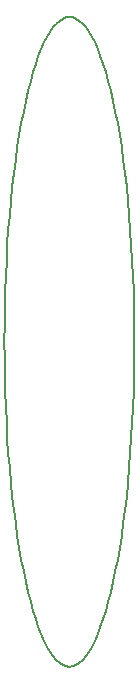
<source format=gbr>
%TF.GenerationSoftware,KiCad,Pcbnew,8.0.0*%
%TF.CreationDate,2024-06-05T20:58:04+05:30*%
%TF.ProjectId,version1,76657273-696f-46e3-912e-6b696361645f,rev?*%
%TF.SameCoordinates,Original*%
%TF.FileFunction,Profile,NP*%
%FSLAX46Y46*%
G04 Gerber Fmt 4.6, Leading zero omitted, Abs format (unit mm)*
G04 Created by KiCad (PCBNEW 8.0.0) date 2024-06-05 20:58:04*
%MOMM*%
%LPD*%
G01*
G04 APERTURE LIST*
%ADD10C,0.200000*%
G04 APERTURE END LIST*
D10*
X100000000Y-87500000D02*
X99716970Y-87535782D01*
X99437656Y-87641979D01*
X99162404Y-87816861D01*
X98891558Y-88058702D01*
X98625464Y-88365772D01*
X98364468Y-88736345D01*
X98108915Y-89168692D01*
X97859151Y-89661086D01*
X97615522Y-90211798D01*
X97378373Y-90819101D01*
X97148049Y-91481267D01*
X96924897Y-92196567D01*
X96709262Y-92963275D01*
X96501489Y-93779662D01*
X96301924Y-94644001D01*
X96110912Y-95554563D01*
X95928800Y-96509620D01*
X95755932Y-97507446D01*
X95592655Y-98546311D01*
X95439313Y-99624488D01*
X95296253Y-100740249D01*
X95163820Y-101891866D01*
X95042359Y-103077612D01*
X94932217Y-104295758D01*
X94833738Y-105544577D01*
X94747269Y-106822341D01*
X94673154Y-108127321D01*
X94611740Y-109457790D01*
X94563372Y-110812021D01*
X94528395Y-112188284D01*
X94507156Y-113584853D01*
X94500000Y-115000000D01*
X105500000Y-115000000D02*
X105492843Y-113584853D01*
X105471604Y-112188284D01*
X105436627Y-110812021D01*
X105388259Y-109457790D01*
X105326845Y-108127321D01*
X105252730Y-106822341D01*
X105166261Y-105544577D01*
X105067782Y-104295758D01*
X104957640Y-103077612D01*
X104836179Y-101891866D01*
X104703746Y-100740249D01*
X104560686Y-99624488D01*
X104407344Y-98546311D01*
X104244067Y-97507446D01*
X104071199Y-96509620D01*
X103889087Y-95554563D01*
X103698075Y-94644001D01*
X103498510Y-93779662D01*
X103290737Y-92963275D01*
X103075102Y-92196567D01*
X102851950Y-91481267D01*
X102621626Y-90819101D01*
X102384477Y-90211798D01*
X102140848Y-89661086D01*
X101891084Y-89168692D01*
X101635531Y-88736345D01*
X101374535Y-88365772D01*
X101108441Y-88058702D01*
X100837595Y-87816861D01*
X100562343Y-87641979D01*
X100283029Y-87535782D01*
X100000000Y-87500000D01*
X100000000Y-142500000D02*
X100283029Y-142464217D01*
X100562343Y-142358020D01*
X100837595Y-142183138D01*
X101108441Y-141941297D01*
X101374535Y-141634227D01*
X101635531Y-141263654D01*
X101891084Y-140831307D01*
X102140848Y-140338913D01*
X102384477Y-139788201D01*
X102621626Y-139180898D01*
X102851950Y-138518732D01*
X103075102Y-137803432D01*
X103290737Y-137036724D01*
X103498510Y-136220337D01*
X103698075Y-135355998D01*
X103889087Y-134445436D01*
X104071199Y-133490379D01*
X104244067Y-132492553D01*
X104407344Y-131453688D01*
X104560686Y-130375511D01*
X104703746Y-129259750D01*
X104836179Y-128108133D01*
X104957640Y-126922387D01*
X105067782Y-125704241D01*
X105166261Y-124455422D01*
X105252730Y-123177658D01*
X105326845Y-121872678D01*
X105388259Y-120542209D01*
X105436627Y-119187978D01*
X105471604Y-117811715D01*
X105492843Y-116415146D01*
X105500000Y-115000000D01*
X94500000Y-115000000D02*
X94507156Y-116415146D01*
X94528395Y-117811715D01*
X94563372Y-119187978D01*
X94611740Y-120542209D01*
X94673154Y-121872678D01*
X94747269Y-123177658D01*
X94833738Y-124455422D01*
X94932217Y-125704241D01*
X95042359Y-126922387D01*
X95163820Y-128108133D01*
X95296253Y-129259750D01*
X95439313Y-130375511D01*
X95592655Y-131453688D01*
X95755932Y-132492553D01*
X95928800Y-133490379D01*
X96110912Y-134445436D01*
X96301924Y-135355998D01*
X96501489Y-136220337D01*
X96709262Y-137036724D01*
X96924897Y-137803432D01*
X97148049Y-138518732D01*
X97378373Y-139180898D01*
X97615522Y-139788201D01*
X97859151Y-140338913D01*
X98108915Y-140831307D01*
X98364468Y-141263654D01*
X98625464Y-141634227D01*
X98891558Y-141941297D01*
X99162404Y-142183138D01*
X99437656Y-142358020D01*
X99716970Y-142464217D01*
X100000000Y-142500000D01*
M02*

</source>
